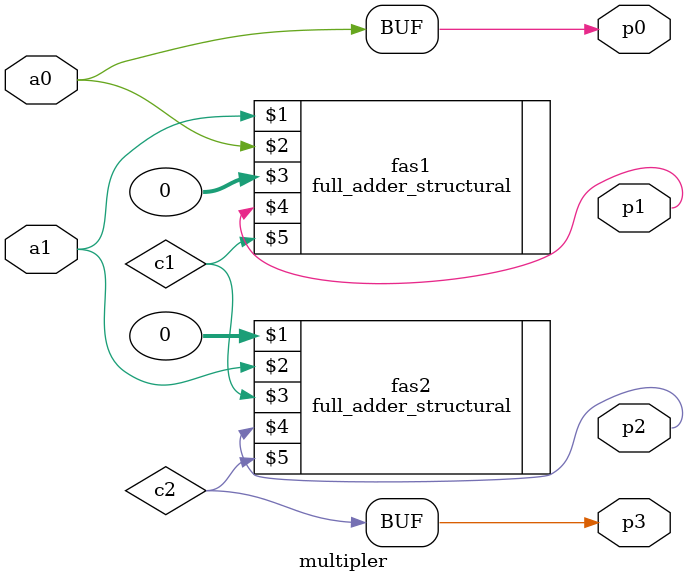
<source format=v>
`timescale 1ns / 1ps


module multipler(
input a1,a0,
output p3,p2,p1,p0
    );
wire c1,c2;   
assign p0 = a0;
full_adder_structural fas1(a1,a0,0,p1,c1);
full_adder_structural fas2(0,a1,c1,p2,c2);
assign p3 = c2;


endmodule



</source>
